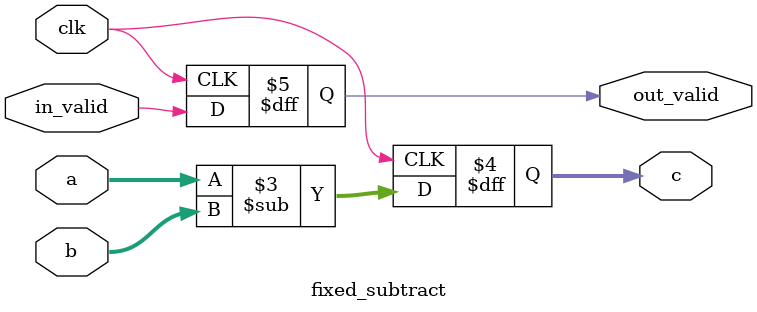
<source format=sv>
`timescale 1ns / 1ps


module fixed_subtract
#(parameter BITS = 8, PRECISION = "FIXED_4_4")
(
input clk,
input in_valid,
input signed [BITS-1:0] a,
input signed [BITS-1:0] b,
output reg out_valid,
output reg signed [BITS-1:0] c
);

always @(posedge clk)
  out_valid <= in_valid;

always @(posedge clk)
  c <= a - b;
  
endmodule

</source>
